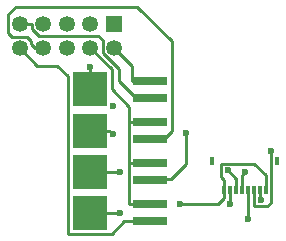
<source format=gbl>
G04*
G04 #@! TF.GenerationSoftware,Altium Limited,Altium Designer,19.1.8 (144)*
G04*
G04 Layer_Physical_Order=3*
G04 Layer_Color=16711680*
%FSLAX43Y43*%
%MOMM*%
G71*
G01*
G75*
%ADD11R,3.000X3.000*%
%ADD18C,0.254*%
%ADD19R,1.350X1.350*%
%ADD20C,1.350*%
%ADD21C,0.600*%
%ADD27R,3.000X0.700*%
%ADD28R,0.300X0.800*%
%ADD29R,0.400X0.800*%
D11*
X8428Y9452D02*
D03*
X8428Y12928D02*
D03*
Y2500D02*
D03*
Y5976D02*
D03*
D18*
X15240Y5350D02*
X16525Y6635D01*
Y9275D01*
X13582Y5350D02*
X15240D01*
X13508Y5276D02*
X13582Y5350D01*
X20037Y6071D02*
X20750Y5357D01*
X11725Y10150D02*
X11727Y10152D01*
X13508D01*
X11725Y10150D02*
Y11425D01*
Y6666D02*
Y10150D01*
X10211Y12939D02*
X11725Y11425D01*
X10211Y12939D02*
Y14656D01*
X10946Y5976D02*
X10956D01*
X8428D02*
X10956D01*
X11300Y1800D02*
X13508D01*
X10211Y711D02*
X11300Y1800D01*
X6515Y711D02*
X10211D01*
X6490Y14033D02*
X6515Y711D01*
X5588Y14935D02*
X6490Y14033D01*
X3931Y14935D02*
X5588D01*
X2426Y16440D02*
X3931Y14935D01*
X8426Y16440D02*
X10211Y14656D01*
X22750Y3691D02*
Y4400D01*
Y3691D02*
X22835Y3607D01*
X21250Y4400D02*
Y5699D01*
X21529Y5979D01*
X20250Y3200D02*
Y4400D01*
X10426Y16440D02*
X11963Y14903D01*
Y13653D02*
Y14903D01*
Y13653D02*
X13508Y13628D01*
X23698Y3316D02*
Y7696D01*
X23412Y3030D02*
X23698Y3316D01*
X22267Y3030D02*
X23412D01*
X22250Y3047D02*
X22267Y3030D01*
X22250Y3047D02*
Y4400D01*
X19750Y3747D02*
Y4400D01*
X19255Y3251D02*
X19750Y3747D01*
X15977Y3251D02*
X19255D01*
X21750Y1948D02*
X21768Y1930D01*
X21750Y1948D02*
Y4400D01*
X11735Y6676D02*
X13508D01*
X11709Y6651D02*
X11735Y6676D01*
X11709Y3225D02*
Y6651D01*
Y3225D02*
X11735Y3200D01*
X13508D01*
X12258Y12228D02*
X13508D01*
X10820Y13665D02*
X12258Y12228D01*
X10820Y13665D02*
Y14618D01*
X9449Y15989D02*
X10820Y14618D01*
X9449Y15989D02*
Y17081D01*
X9080Y17450D02*
X9449Y17081D01*
X4070Y17450D02*
X9080D01*
X3474Y18046D02*
X4070Y17450D01*
X3474Y18046D02*
Y18415D01*
X3449Y18440D02*
X3474Y18415D01*
X2426Y18440D02*
X3449D01*
X20750Y4400D02*
Y5357D01*
X3727Y16440D02*
X4426D01*
X3404Y16764D02*
X3727Y16440D01*
X3404Y16764D02*
Y17037D01*
X3048Y17392D02*
X3404Y17037D01*
X1797Y17392D02*
X3048D01*
X1473Y17716D02*
X1797Y17392D01*
X1473Y17716D02*
Y19304D01*
X2083Y19914D01*
X12370D01*
X15291Y16993D01*
Y9387D02*
Y16993D01*
X14656Y8752D02*
X15291Y9387D01*
X13508Y8752D02*
X14656D01*
X10038Y9452D02*
X10355Y9134D01*
X8428Y9452D02*
X10038D01*
X19750Y4400D02*
Y5244D01*
X19456Y5537D02*
X19750Y5244D01*
X19456Y5537D02*
Y6629D01*
X19482Y6655D01*
X22259D01*
X23250Y5664D01*
Y4400D02*
Y5664D01*
X8428Y2500D02*
X10956D01*
X8428Y12928D02*
Y14855D01*
D19*
X10426Y18440D02*
D03*
D20*
Y16440D02*
D03*
X8426Y18440D02*
D03*
Y16440D02*
D03*
X6426Y18440D02*
D03*
Y16440D02*
D03*
X4426Y18440D02*
D03*
Y16440D02*
D03*
X2426Y18440D02*
D03*
Y16440D02*
D03*
D21*
X16525Y9275D02*
D03*
X20037Y6071D02*
D03*
X10956Y2500D02*
D03*
Y5976D02*
D03*
X10355Y9134D02*
D03*
Y11500D02*
D03*
X22835Y3607D02*
D03*
X21529Y5979D02*
D03*
X20250Y3200D02*
D03*
X23698Y7696D02*
D03*
X15977Y3251D02*
D03*
X21768Y1930D02*
D03*
X8428Y14855D02*
D03*
D27*
X13508Y8752D02*
D03*
Y10152D02*
D03*
X13508Y13628D02*
D03*
Y12228D02*
D03*
Y1800D02*
D03*
Y3200D02*
D03*
Y5276D02*
D03*
Y6676D02*
D03*
D28*
X19750Y4400D02*
D03*
X20250D02*
D03*
X20750D02*
D03*
X21250D02*
D03*
X21750D02*
D03*
X22250D02*
D03*
X22750D02*
D03*
X23250D02*
D03*
D29*
X24250Y6900D02*
D03*
X18750D02*
D03*
M02*

</source>
